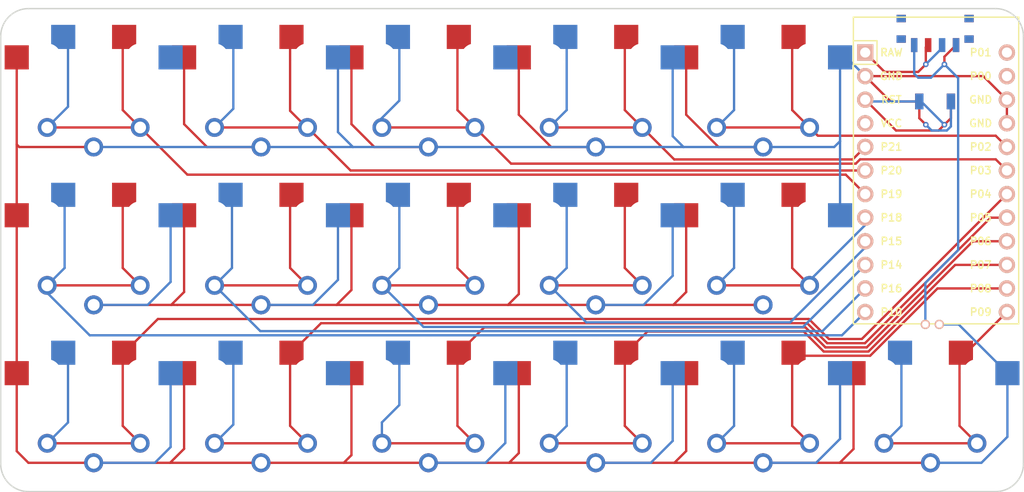
<source format=kicad_pcb>
(kicad_pcb (version 20211014) (generator pcbnew)
  (title_block (title "card") (rev "v1.0.0") (company "Unknown"))
  (layers (0 "F.Cu" signal) (31 "B.Cu" signal) (34 "B.Paste" user) (35 "F.Paste" user) (36 "B.SilkS" user "B.Silkscreen") (37 "F.SilkS" user "F.Silkscreen") (38 "B.Mask" user) (39 "F.Mask" user) (44 "Edge.Cuts" user))
  (net 0 "")
  (net 1 "P4")
  (net 2 "GND")
  (net 3 "P10")
  (net 4 "P19")
  (net 5 "P5")
  (net 6 "P16")
  (net 7 "P20")
  (net 8 "P6")
  (net 9 "P14")
  (net 10 "P3")
  (net 11 "P7")
  (net 12 "P15")
  (net 13 "P21")
  (net 14 "P8")
  (net 15 "P18")
  (net 16 "P2")
  (net 17 "P9")
  (net 18 "RAW")
  (net 19 "RST")
  (net 20 "VCC")
  (net 21 "P1")
  (net 22 "P0")
  (net 23 "pos")
  (footprint "lib:bat" (layer "F.Cu") (at 108.2 -9 90)
    (fp_text reference "")
    (fp_text value "")
  )
  (footprint "Button_Switch_SMD:SW_SPDT_PCM12" (layer "F.Cu") (at 108.5 -40.5 180)
    (fp_text reference "")
    (fp_text value "")
  )
  (footprint "PG1350" (layer "F.Cu") (at 72 -34 180)
    (fp_text reference "S24" hide)
    (fp_text value "" hide)
  )
  (footprint "PG1350" (layer "F.Cu") (at 108 0)
    (fp_text reference "S31" hide)
    (fp_text value "" hide)
  )
  (footprint "PG1350" (layer "F.Cu") (at 54 -34 180)
    (fp_text reference "S18" hide)
    (fp_text value "" hide)
  )
  (footprint "PG1350" (layer "F.Cu") (at 18 -34 180)
    (fp_text reference "S6" hide)
    (fp_text value "" hide)
  )
  (footprint "VIA-0.6mm" (layer "F.Cu") (at 107.5 -37)
    (fp_text reference "REF**" hide)
    (fp_text value "VIA-0.6mm" hide)
  )
  (footprint "PG1350" (layer "F.Cu") (at 54 -17)
    (fp_text reference "S15" hide)
    (fp_text value "" hide)
  )
  (footprint "PG1350" (layer "F.Cu") (at 90 -17 180)
    (fp_text reference "S28" hide)
    (fp_text value "" hide)
  )
  (footprint "PG1350" (layer "F.Cu") (at 36 0 180)
    (fp_text reference "S8" hide)
    (fp_text value "" hide)
  )
  (footprint "PG1350" (layer "F.Cu") (at 72 0)
    (fp_text reference "S19" hide)
    (fp_text value "" hide)
  )
  (footprint "PG1350" (layer "F.Cu") (at 36 -34)
    (fp_text reference "S11" hide)
    (fp_text value "" hide)
  )
  (footprint "PG1350" (layer "F.Cu") (at 36 0)
    (fp_text reference "S7" hide)
    (fp_text value "" hide)
  )
  (footprint "PG1350" (layer "F.Cu") (at 72 -17 180)
    (fp_text reference "S22" hide)
    (fp_text value "" hide)
  )
  (footprint "PG1350" (layer "F.Cu") (at 90 -17)
    (fp_text reference "S27" hide)
    (fp_text value "" hide)
  )
  (footprint "PG1350" (layer "F.Cu") (at 36 -17)
    (fp_text reference "S9" hide)
    (fp_text value "" hide)
  )
  (footprint "PG1350" (layer "F.Cu") (at 36 -34 180)
    (fp_text reference "S12" hide)
    (fp_text value "" hide)
  )
  (footprint "VIA-0.6mm" (layer "F.Cu") (at 109.5 -37)
    (fp_text reference "REF**" hide)
    (fp_text value "VIA-0.6mm" hide)
  )
  (footprint "Button_Switch_SMD:SW_SPST_B3U-1000P" (layer "F.Cu") (at 108.5 -33)
    (fp_text reference "")
    (fp_text value "")
  )
  (footprint "PG1350" (layer "F.Cu") (at 54 -34)
    (fp_text reference "S17" hide)
    (fp_text value "" hide)
  )
  (footprint "PG1350" (layer "F.Cu") (at 72 -17)
    (fp_text reference "S21" hide)
    (fp_text value "" hide)
  )
  (footprint "PG1350" (layer "F.Cu") (at 90 0)
    (fp_text reference "S25" hide)
    (fp_text value "" hide)
  )
  (footprint "PG1350" (layer "F.Cu") (at 90 0 180)
    (fp_text reference "S26" hide)
    (fp_text value "" hide)
  )
  (footprint "PG1350" (layer "F.Cu") (at 18 -17)
    (fp_text reference "S3" hide)
    (fp_text value "" hide)
  )
  (footprint "PG1350" (layer "F.Cu") (at 18 -34)
    (fp_text reference "S5" hide)
    (fp_text value "" hide)
  )
  (footprint "PG1350" (layer "F.Cu") (at 18 0 180)
    (fp_text reference "S2" hide)
    (fp_text value "" hide)
  )
  (footprint "PG1350" (layer "F.Cu") (at 54 -17 180)
    (fp_text reference "S16" hide)
    (fp_text value "" hide)
  )
  (footprint "PG1350" (layer "F.Cu") (at 90 -34 180)
    (fp_text reference "S30" hide)
    (fp_text value "" hide)
  )
  (footprint "PG1350" (layer "F.Cu") (at 54 0 180)
    (fp_text reference "S14" hide)
    (fp_text value "" hide)
  )
  (footprint "PG1350" (layer "F.Cu") (at 18 -17 180)
    (fp_text reference "S4" hide)
    (fp_text value "" hide)
  )
  (footprint "PG1350" (layer "F.Cu") (at 108 0 180)
    (fp_text reference "S32" hide)
    (fp_text value "" hide)
  )
  (footprint "VIA-0.6mm" (layer "F.Cu") (at 107.5 -30.5)
    (fp_text reference "REF**" hide)
    (fp_text value "VIA-0.6mm" hide)
  )
  (footprint "PG1350" (layer "F.Cu") (at 90 -34)
    (fp_text reference "S29" hide)
    (fp_text value "" hide)
  )
  (footprint "PG1350" (layer "F.Cu") (at 54 0)
    (fp_text reference "S13" hide)
    (fp_text value "" hide)
  )
  (footprint "PG1350" (layer "F.Cu") (at 72 -34)
    (fp_text reference "S23" hide)
    (fp_text value "" hide)
  )
  (footprint "PG1350" (layer "F.Cu") (at 72 0 180)
    (fp_text reference "S20" hide)
    (fp_text value "" hide)
  )
  (footprint "ProMicro" (layer "F.Cu") (at 108.6 -24.3 -90)
    (fp_text reference "MCU1" hide)
    (fp_text value "" hide)
  )
  (footprint "VIA-0.6mm" (layer "F.Cu") (at 109.5 -30.5)
    (fp_text reference "REF**" hide)
    (fp_text value "VIA-0.6mm" hide)
  )
  (footprint "PG1350" (layer "F.Cu") (at 36 -17 180)
    (fp_text reference "S10" hide)
    (fp_text value "" hide)
  )
  (footprint "PG1350" (layer "F.Cu") (at 18 0)
    (fp_text reference "S1" hide)
    (fp_text value "" hide)
  )
  (gr_line (start 8 6) (end 8 -40) (layer "Edge.Cuts") (width 0.15))
  (gr_line (start 11 -43) (end 115 -43) (layer "Edge.Cuts") (width 0.15))
  (gr_arc (start 118 6) (mid 117.12132 8.12132) (end 115 9) (layer "Edge.Cuts") (width 0.15))
  (gr_line (start 118 6) (end 118 -40) (layer "Edge.Cuts") (width 0.15))
  (gr_arc (start 115 -43) (mid 117.12132 -42.12132) (end 118 -40) (layer "Edge.Cuts") (width 0.15))
  (gr_line (start 11 9) (end 115 9) (layer "Edge.Cuts") (width 0.15))
  (gr_arc (start 8 -40) (mid 8.87868 -42.12132) (end 11 -43) (layer "Edge.Cuts") (width 0.15))
  (gr_arc (start 11 9) (mid 8.87868 8.12132) (end 8 6) (layer "Edge.Cuts") (width 0.15))
  (segment (start 21.275 -5.95) (end 21.124999 -6.100001) (width 0.25) (layer "F.Cu") (net 1))
  (segment (start 23 3.8) (end 13 3.8) (width 0.25) (layer "F.Cu") (net 1))
  (segment (start 97.079188 -7.425001) (end 94.925489 -9.5787) (width 0.25) (layer "F.Cu") (net 1))
  (segment (start 94.925489 -9.5787) (end 24.9037 -9.5787) (width 0.25) (layer "F.Cu") (net 1))
  (segment (start 21.124999 1.924999) (end 23 3.8) (width 0.25) (layer "F.Cu") (net 1))
  (segment (start 100.615001 -7.425001) (end 97.079188 -7.425001) (width 0.25) (layer "F.Cu") (net 1))
  (segment (start 24.9037 -9.5787) (end 21.275 -5.95) (width 0.25) (layer "F.Cu") (net 1))
  (segment (start 21.124999 -6.100001) (end 21.124999 1.924999) (width 0.25) (layer "F.Cu") (net 1))
  (segment (start 116.22 -23.03) (end 100.615001 -7.425001) (width 0.25) (layer "F.Cu") (net 1))
  (segment (start 15.24 1.56) (end 15.24 -5.435) (width 0.25) (layer "B.Cu") (net 1))
  (segment (start 15.24 -5.435) (end 14.725 -5.95) (width 0.25) (layer "B.Cu") (net 1))
  (segment (start 13 3.8) (end 15.24 1.56) (width 0.25) (layer "B.Cu") (net 1))
  (segment (start 26.22 5.9) (end 18 5.9) (width 0.25) (layer "F.Cu") (net 2))
  (segment (start 80.46 5.9) (end 72 5.9) (width 0.25) (layer "F.Cu") (net 2))
  (segment (start 10.98 5.9) (end 9.725 4.645) (width 0.25) (layer "F.Cu") (net 2))
  (segment (start 62.68 5.9) (end 54 5.9) (width 0.25) (layer "F.Cu") (net 2))
  (segment (start 44.12 -11.1) (end 36 -11.1) (width 0.25) (layer "F.Cu") (net 2))
  (segment (start 45.725 5.075) (end 44.9 5.9) (width 0.25) (layer "F.Cu") (net 2))
  (segment (start 30.186718 -28.1) (end 36 -28.1) (width 0.25) (layer "F.Cu") (net 2))
  (segment (start 18 5.9) (end 10.98 5.9) (width 0.25) (layer "F.Cu") (net 2))
  (segment (start 81.725 -3.75) (end 81.725 4.635) (width 0.25) (layer "F.Cu") (net 2))
  (segment (start 113.68 -35.73) (end 100.98 -35.73) (width 0.25) (layer "F.Cu") (net 2))
  (segment (start 98.24 5.9) (end 90 5.9) (width 0.25) (layer "F.Cu") (net 2))
  (segment (start 26.34 -11.1) (end 18 -11.1) (width 0.25) (layer "F.Cu") (net 2))
  (segment (start 18 -28.1) (end 10 -28.1) (width 0.25) (layer "F.Cu") (net 2))
  (segment (start 63.725 -31.578539) (end 67.203539 -28.1) (width 0.25) (layer "F.Cu") (net 2))
  (segment (start 72 5.9) (end 62.68 5.9) (width 0.25) (layer "F.Cu") (net 2))
  (segment (start 54 -11.1) (end 44.12 -11.1) (width 0.25) (layer "F.Cu") (net 2))
  (segment (start 63.725 -20.75) (end 63.725 -12.265) (width 0.25) (layer "F.Cu") (net 2))
  (segment (start 90 5.9) (end 80.46 5.9) (width 0.25) (layer "F.Cu") (net 2))
  (segment (start 45.725 -3.75) (end 45.725 5.075) (width 0.25) (layer "F.Cu") (net 2))
  (segment (start 81.725 -20.75) (end 81.725 -12.485) (width 0.25) (layer "F.Cu") (net 2))
  (segment (start 99.725 4.415) (end 98.24 5.9) (width 0.25) (layer "F.Cu") (net 2))
  (segment (start 45.725 -37.75) (end 45.725 -30.561718) (width 0.25) (layer "F.Cu") (net 2))
  (segment (start 45.725 -30.561718) (end 48.186718 -28.1) (width 0.25) (layer "F.Cu") (net 2))
  (segment (start 27.725 -30.561718) (end 30.186718 -28.1) (width 0.25) (layer "F.Cu") (net 2))
  (segment (start 81.725 -37.75) (end 81.725 -31.578539) (width 0.25) (layer "F.Cu") (net 2))
  (segment (start 45.725 -12.705) (end 44.12 -11.1) (width 0.25) (layer "F.Cu") (net 2))
  (segment (start 9.725 -28.375) (end 9.725 -37.75) (width 0.25) (layer "F.Cu") (net 2))
  (segment (start 103.71 -33) (end 100.98 -35.73) (width 0.25) (layer "F.Cu") (net 2))
  (segment (start 63.725 -3.75) (end 63.725 4.855) (width 0.25) (layer "F.Cu") (net 2))
  (segment (start 106.8 -33) (end 106.8 -31.2) (width 0.25) (layer "F.Cu") (net 2))
  (segment (start 36 -11.1) (end 27 -11.1) (width 0.25) (layer "F.Cu") (net 2))
  (segment (start 106.8 -31.2) (end 107.5 -30.5) (width 0.25) (layer "F.Cu") (net 2))
  (segment (start 80.34 -11.1) (end 72 -11.1) (width 0.25) (layer "F.Cu") (net 2))
  (segment (start 36 5.9) (end 26.22 5.9) (width 0.25) (layer "F.Cu") (net 2))
  (segment (start 27.725 -20.75) (end 27.725 -12.485) (width 0.25) (layer "F.Cu") (net 2))
  (segment (start 116.22 -33.19) (end 113.68 -35.73) (width 0.25) (layer "F.Cu") (net 2))
  (segment (start 99.725 -3.75) (end 99.725 4.415) (width 0.25) (layer "F.Cu") (net 2))
  (segment (start 81.725 -12.485) (end 80.34 -11.1) (width 0.25) (layer "F.Cu") (net 2))
  (segment (start 63.725 -37.75) (end 63.725 -31.578539) (width 0.25) (layer "F.Cu") (net 2))
  (segment (start 10 -28.1) (end 9.725 -28.375) (width 0.25) (layer "F.Cu") (net 2))
  (segment (start 85.203539 -28.1) (end 90 -28.1) (width 0.25) (layer "F.Cu") (net 2))
  (segment (start 63.725 -12.265) (end 62.56 -11.1) (width 0.25) (layer "F.Cu") (net 2))
  (segment (start 44.9 5.9) (end 36 5.9) (width 0.25) (layer "F.Cu") (net 2))
  (segment (start 9.725 -20.75) (end 9.725 -28.375) (width 0.25) (layer "F.Cu") (net 2))
  (segment (start 54 5.9) (end 44.9 5.9) (width 0.25) (layer "F.Cu") (net 2))
  (segment (start 81.725 4.635) (end 80.46 5.9) (width 0.25) (layer "F.Cu") (net 2))
  (segment (start 9.725 -3.75) (end 9.725 -20.75) (width 0.25) (layer "F.Cu") (net 2))
  (segment (start 27.725 4.395) (end 26.22 5.9) (width 0.25) (layer "F.Cu") (net 2))
  (segment (start 48.186718 -28.1) (end 54 -28.1) (width 0.25) (layer "F.Cu") (net 2))
  (segment (start 90 -11.1) (end 80.34 -11.1) (width 0.25) (layer "F.Cu") (net 2))
  (segment (start 81.725 -31.578539) (end 85.203539 -28.1) (width 0.25) (layer "F.Cu") (net 2))
  (segment (start 27.725 -12.485) (end 26.34 -11.1) (width 0.25) (layer "F.Cu") (net 2))
  (segment (start 45.725 -20.75) (end 45.725 -12.705) (width 0.25) (layer "F.Cu") (net 2))
  (segment (start 27 -11.1) (end 26.34 -11.1) (width 0.25) (layer "F.Cu") (net 2))
  (segment (start 9.725 4.645) (end 9.725 -3.75) (width 0.25) (layer "F.Cu") (net 2))
  (segment (start 72 -11.1) (end 62.56 -11.1) (width 0.25) (layer "F.Cu") (net 2))
  (segment (start 27.725 -3.75) (end 27.725 4.395) (width 0.25) (layer "F.Cu") (net 2))
  (segment (start 108 5.9) (end 98.24 5.9) (width 0.25) (layer "F.Cu") (net 2))
  (segment (start 67.203539 -28.1) (end 72 -28.1) (width 0.25) (layer "F.Cu") (net 2))
  (segment (start 116.22 -33.19) (end 116.22 -30.65) (width 0.25) (layer "F.Cu") (net 2))
  (segment (start 62.56 -11.1) (end 54 -11.1) (width 0.25) (layer "F.Cu") (net 2))
  (segment (start 106.8 -33) (end 103.71 -33) (width 0.25) (layer "F.Cu") (net 2))
  (segment (start 63.725 4.855) (end 62.68 5.9) (width 0.25) (layer "F.Cu") (net 2))
  (segment (start 27.725 -37.75) (end 27.725 -30.561718) (width 0.25) (layer "F.Cu") (net 2))
  (segment (start 109.758884 -29.875) (end 108.125 -29.875) (width 0.25) (layer "B.Cu") (net 2))
  (segment (start 116.275 -3.75) (end 111.025 -9) (width 0.25) (layer "B.Cu") (net 2))
  (segment (start 36 -11.1) (end 41.58 -11.1) (width 0.25) (layer "B.Cu") (net 2))
  (segment (start 110.2 -33) (end 110.2 -30.316116) (width 0.25) (layer "B.Cu") (net 2))
  (segment (start 98.275 3.325) (end 95.7 5.9) (width 0.25) (layer "B.Cu") (net 2))
  (segment (start 62.275 -3.75) (end 62.275 3.765) (width 0.25) (layer "B.Cu") (net 2))
  (segment (start 24.58 5.9) (end 18 5.9) (width 0.25) (layer "B.Cu") (net 2))
  (segment (start 108.125 -29.875) (end 107.5 -30.5) (width 0.25) (layer "B.Cu") (net 2))
  (segment (start 98.275 -3.75) (end 98.275 3.325) (width 0.25) (layer "B.Cu") (net 2))
  (segment (start 80.275 3.545) (end 77.92 5.9) (width 0.25) (layer "B.Cu") (net 2))
  (segment (start 72 -28.1) (end 54 -28.1) (width 0.25) (layer "B.Cu") (net 2))
  (segment (start 23.8 -11.1) (end 18 -11.1) (width 0.25) (layer "B.Cu") (net 2))
  (segment (start 44.275 -29.705) (end 45.88 -28.1) (width 0.25) (layer "B.Cu") (net 2))
  (segment (start 80.275 -37.75) (end 80.275 -29.265) (width 0.25) (layer "B.Cu") (net 2))
  (segment (start 45.88 -28.1) (end 36 -28.1) (width 0.25) (layer "B.Cu") (net 2))
  (segment (start 26.275 -3.75) (end 26.275 4.205) (width 0.25) (layer "B.Cu") (net 2))
  (segment (start 97.65 -28.1) (end 98.275 -28.725) (width 0.25) (layer "B.Cu") (net 2))
  (segment (start 54 -28.1) (end 45.88 -28.1) (width 0.25) (layer "B.Cu") (net 2))
  (segment (start 98.275 -20.75) (end 98.275 -28.725) (width 0.25) (layer "B.Cu") (net 2))
  (segment (start 90 -28.1) (end 81.44 -28.1) (width 0.25) (layer "B.Cu") (net 2))
  (segment (start 77.92 5.9) (end 72 5.9) (width 0.25) (layer "B.Cu") (net 2))
  (segment (start 44.275 -13.795) (end 44.275 -20.75) (width 0.25) (layer "B.Cu") (net 2))
  (segment (start 98.96 -37.75) (end 100.98 -35.73) (width 0.25) (layer "B.Cu") (net 2))
  (segment (start 111.025 -9) (end 108.95 -9) (width 0.25) (layer "B.Cu") (net 2))
  (segment (start 90 -28.1) (end 97.65 -28.1) (width 0.25) (layer "B.Cu") (net 2))
  (segment (start 26.275 -13.575) (end 23.8 -11.1) (width 0.25) (layer "B.Cu") (net 2))
  (segment (start 98.275 -37.75) (end 98.96 -37.75) (width 0.25) (layer "B.Cu") (net 2))
  (segment (start 26.275 4.205) (end 24.58 5.9) (width 0.25) (layer "B.Cu") (net 2))
  (segment (start 77.14 -11.1) (end 72 -11.1) (width 0.25) (layer "B.Cu") (net 2))
  (segment (start 113.48 5.9) (end 108 5.9) (width 0.25) (layer "B.Cu") (net 2))
  (segment (start 80.275 -29.265) (end 81.44 -28.1) (width 0.25) (layer "B.Cu") (net 2))
  (segment (start 98.275 -28.725) (end 98.275 -37.75) (width 0.25) (layer "B.Cu") (net 2))
  (segment (start 80.275 -20.75) (end 80.275 -14.235) (width 0.25) (layer "B.Cu") (net 2))
  (segment (start 44.275 -37.75) (end 44.275 -29.705) (width 0.25) (layer "B.Cu") (net 2))
  (segment (start 36 -28.1) (end 18 -28.1) (width 0.25) (layer "B.Cu") (net 2))
  (segment (start 110.2 -30.316116) (end 109.758884 -29.875) (width 0.25) (layer "B.Cu") (net 2))
  (segment (start 95.7 5.9) (end 90 5.9) (width 0.25) (layer "B.Cu") (net 2))
  (segment (start 80.275 -14.235) (end 77.14 -11.1) (width 0.25) (layer "B.Cu") (net 2))
  (segment (start 60.14 5.9) (end 54 5.9) (width 0.25) (layer "B.Cu") (net 2))
  (segment (start 62.275 3.765) (end 60.14 5.9) (width 0.25) (layer "B.Cu") (net 2))
  (segment (start 116.275 3.105) (end 113.48 5.9) (width 0.25) (layer "B.Cu") (net 2))
  (segment (start 116.275 -3.75) (end 116.275 3.105) (width 0.25) (layer "B.Cu") (net 2))
  (segment (start 80.275 -3.75) (end 80.275 3.545) (width 0.25) (layer "B.Cu") (net 2))
  (segment (start 26.275 -20.75) (end 26.275 -13.575) (width 0.25) (layer "B.Cu") (net 2))
  (segment (start 41.58 -11.1) (end 44.275 -13.795) (width 0.25) (layer "B.Cu") (net 2))
  (segment (start 81.44 -28.1) (end 72 -28.1) (width 0.25) (layer "B.Cu") (net 2))
  (segment (start 21.124999 -22.799999) (end 21.124999 -15.075001) (width 0.25) (layer "F.Cu") (net 3))
  (segment (start 21.275 -22.95) (end 21.124999 -22.799999) (width 0.25) (layer "F.Cu") (net 3))
  (segment (start 21.124999 -15.075001) (end 23 -13.2) (width 0.25) (layer "F.Cu") (net 3))
  (segment (start 23 -13.2) (end 13 -13.2) (width 0.25) (layer "F.Cu") (net 3))
  (segment (start 12.7 -12.7) (end 12.7 -12.9) (width 0.25) (layer "B.Cu") (net 3))
  (segment (start 14.875001 -15.075001) (end 13 -13.2) (width 0.25) (layer "B.Cu") (net 3))
  (segment (start 98.475001 -7.825001) (end 100.98 -10.33) (width 0.25) (layer "B.Cu") (net 3))
  (segment (start 14.725 -22.95) (end 14.875001 -23.100001) (width 0.25) (layer "B.Cu") (net 3))
  (segment (start 12.7 -12.9) (end 13 -13.2) (width 0.25) (layer "B.Cu") (net 3))
  (segment (start 17.574999 -7.825001) (end 98.475001 -7.825001) (width 0.25) (layer "B.Cu") (net 3))
  (segment (start 17.574999 -7.825001) (end 12.7 -12.7) (width 0.25) (layer "B.Cu") (net 3))
  (segment (start 14.875001 -23.100001) (end 14.875001 -15.075001) (width 0.25) (layer "B.Cu") (net 3))
  (segment (start 23 -30.2) (end 13 -30.2) (width 0.25) (layer "F.Cu") (net 4))
  (segment (start 28.08 -25.12) (end 23 -30.2) (width 0.25) (layer "F.Cu") (net 4))
  (segment (start 23 -30.2) (end 21.124999 -32.075001) (width 0.25) (layer "F.Cu") (net 4))
  (segment (start 21.124999 -39.799999) (end 21.275 -39.95) (width 0.25) (layer "F.Cu") (net 4))
  (segment (start 21.124999 -32.075001) (end 21.124999 -39.799999) (width 0.25) (layer "F.Cu") (net 4))
  (segment (start 100.98 -23.03) (end 98.89 -25.12) (width 0.25) (layer "F.Cu") (net 4))
  (segment (start 98.89 -25.12) (end 28.08 -25.12) (width 0.25) (layer "F.Cu") (net 4))
  (segment (start 13 -30.2) (end 15.24 -32.44) (width 0.25) (layer "B.Cu") (net 4))
  (segment (start 15.24 -32.44) (end 15.24 -39.435) (width 0.25) (layer "B.Cu") (net 4))
  (segment (start 15.24 -39.435) (end 14.725 -39.95) (width 0.25) (layer "B.Cu") (net 4))
  (segment (start 116.22 -20.49) (end 114.47 -20.49) (width 0.25) (layer "F.Cu") (net 5))
  (segment (start 39.124999 -6.100001) (end 39.124999 1.924999) (width 0.25) (layer "F.Cu") (net 5))
  (segment (start 94.739093 -9.1287) (end 42.4537 -9.1287) (width 0.25) (layer "F.Cu") (net 5))
  (segment (start 100.955001 -6.975001) (end 96.892792 -6.975001) (width 0.25) (layer "F.Cu") (net 5))
  (segment (start 96.892792 -6.975001) (end 94.739093 -9.1287) (width 0.25) (layer "F.Cu") (net 5))
  (segment (start 39.124999 1.924999) (end 41 3.8) (width 0.25) (layer "F.Cu") (net 5))
  (segment (start 114.47 -20.49) (end 100.955001 -6.975001) (width 0.25) (layer "F.Cu") (net 5))
  (segment (start 41 3.8) (end 31 3.8) (width 0.25) (layer "F.Cu") (net 5))
  (segment (start 42.4537 -9.1287) (end 39.275 -5.95) (width 0.25) (layer "F.Cu") (net 5))
  (segment (start 39.275 -5.95) (end 39.124999 -6.100001) (width 0.25) (layer "F.Cu") (net 5))
  (segment (start 31 3.8) (end 33.02 1.78) (width 0.25) (layer "B.Cu") (net 5))
  (segment (start 33.02 1.78) (end 33.02 -5.08) (width 0.25) (layer "B.Cu") (net 5))
  (segment (start 39.124999 -22.799999) (end 39.124999 -15.075001) (width 0.25) (layer "F.Cu") (net 6))
  (segment (start 41 -13.2) (end 31 -13.2) (width 0.25) (layer "F.Cu") (net 6))
  (segment (start 39.124999 -15.075001) (end 41 -13.2) (width 0.25) (layer "F.Cu") (net 6))
  (segment (start 39.275 -22.95) (end 39.124999 -22.799999) (width 0.25) (layer "F.Cu") (net 6))
  (segment (start 32.725 -22.95) (end 32.875001 -23.100001) (width 0.25) (layer "B.Cu") (net 6))
  (segment (start 96.385001 -8.275001) (end 35.924999 -8.275001) (width 0.25) (layer "B.Cu") (net 6))
  (segment (start 32.875001 -15.075001) (end 31 -13.2) (width 0.25) (layer "B.Cu") (net 6))
  (segment (start 100.98 -12.87) (end 96.385001 -8.275001) (width 0.25) (layer "B.Cu") (net 6))
  (segment (start 32.875001 -23.100001) (end 32.875001 -15.075001) (width 0.25) (layer "B.Cu") (net 6))
  (segment (start 35.924999 -8.275001) (end 31 -13.2) (width 0.25) (layer "B.Cu") (net 6))
  (segment (start 39.275 -39.95) (end 39.124999 -39.799999) (width 0.25) (layer "F.Cu") (net 7))
  (segment (start 45.63 -25.57) (end 41 -30.2) (width 0.25) (layer "F.Cu") (net 7))
  (segment (start 40.92 -30.2) (end 41 -30.2) (width 0.25) (layer "F.Cu") (net 7))
  (segment (start 100.98 -25.57) (end 45.63 -25.57) (width 0.25) (layer "F.Cu") (net 7))
  (segment (start 41 -30.2) (end 31 -30.2) (width 0.25) (layer "F.Cu") (net 7))
  (segment (start 39.124999 -31.995001) (end 40.92 -30.2) (width 0.25) (layer "F.Cu") (net 7))
  (segment (start 39.124999 -39.799999) (end 39.124999 -31.995001) (width 0.25) (layer "F.Cu") (net 7))
  (segment (start 33.02 -32.22) (end 33.02 -39.655) (width 0.25) (layer "B.Cu") (net 7))
  (segment (start 31 -30.2) (end 33.02 -32.22) (width 0.25) (layer "B.Cu") (net 7))
  (segment (start 33.02 -39.655) (end 32.725 -39.95) (width 0.25) (layer "B.Cu") (net 7))
  (segment (start 60.0037 -8.6787) (end 57.275 -5.95) (width 0.25) (layer "F.Cu") (net 8))
  (segment (start 57.275 -5.95) (end 57.124999 -6.100001) (width 0.25) (layer "F.Cu") (net 8))
  (segment (start 116.22 -17.95) (end 112.566396 -17.95) (width 0.25) (layer "F.Cu") (net 8))
  (segment (start 59 3.8) (end 49 3.8) (width 0.25) (layer "F.Cu") (net 8))
  (segment (start 112.566396 -17.95) (end 101.141397 -6.525001) (width 0.25) (layer "F.Cu") (net 8))
  (segment (start 57.124999 1.924999) (end 59 3.8) (width 0.25) (layer "F.Cu") (net 8))
  (segment (start 101.141397 -6.525001) (end 96.706396 -6.525001) (width 0.25) (layer "F.Cu") (net 8))
  (segment (start 96.706396 -6.525001) (end 94.552697 -8.6787) (width 0.25) (layer "F.Cu") (net 8))
  (segment (start 57.124999 -6.100001) (end 57.124999 1.924999) (width 0.25) (layer "F.Cu") (net 8))
  (segment (start 94.552697 -8.6787) (end 60.0037 -8.6787) (width 0.25) (layer "F.Cu") (net 8))
  (segment (start 50.725 -5.95) (end 50.875001 -5.799999) (width 0.25) (layer "B.Cu") (net 8))
  (segment (start 50.875001 -5.799999) (end 50.875001 -0.321698) (width 0.25) (layer "B.Cu") (net 8))
  (segment (start 49 1.553303) (end 50.875001 -0.321698) (width 0.25) (layer "B.Cu") (net 8))
  (segment (start 49 3.8) (end 49 1.553303) (width 0.25) (layer "B.Cu") (net 8))
  (segment (start 59 -13.2) (end 49 -13.2) (width 0.25) (layer "F.Cu") (net 9))
  (segment (start 59 -13.2) (end 57.124999 -15.075001) (width 0.25) (layer "F.Cu") (net 9))
  (segment (start 57.124999 -15.075001) (end 57.124999 -22.799999) (width 0.25) (layer "F.Cu") (net 9))
  (segment (start 57.124999 -22.799999) (end 57.275 -22.95) (width 0.25) (layer "F.Cu") (net 9))
  (segment (start 53.474999 -8.725001) (end 49 -13.2) (width 0.25) (layer "B.Cu") (net 9))
  (segment (start 94.295001 -8.725001) (end 100.98 -15.41) (width 0.25) (layer "B.Cu") (net 9))
  (segment (start 50.725 -22.95) (end 50.875001 -22.799999) (width 0.25) (layer "B.Cu") (net 9))
  (segment (start 94.295001 -8.725001) (end 53.474999 -8.725001) (width 0.25) (layer "B.Cu") (net 9))
  (segment (start 50.875001 -15.075001) (end 49 -13.2) (width 0.25) (layer "B.Cu") (net 9))
  (segment (start 50.875001 -22.799999) (end 50.875001 -15.075001) (width 0.25) (layer "B.Cu") (net 9))
  (segment (start 116.22 -25.57) (end 115.0187 -26.7713) (width 0.25) (layer "F.Cu") (net 10))
  (segment (start 62.891 -26.309) (end 59 -30.2) (width 0.25) (layer "F.Cu") (net 10))
  (segment (start 115.0187 -26.7713) (end 100.4313 -26.7713) (width 0.25) (layer "F.Cu") (net 10))
  (segment (start 57.124999 -39.799999) (end 57.124999 -32.075001) (width 0.25) (layer "F.Cu") (net 10))
  (segment (start 59 -30.2) (end 49 -30.2) (width 0.25) (layer "F.Cu") (net 10))
  (segment (start 100.4313 -26.7713) (end 99.969 -26.309) (width 0.25) (layer "F.Cu") (net 10))
  (segment (start 57.124999 -32.075001) (end 59 -30.2) (width 0.25) (layer "F.Cu") (net 10))
  (segment (start 99.969 -26.309) (end 62.891 -26.309) (width 0.25) (layer "F.Cu") (net 10))
  (segment (start 57.275 -39.95) (end 57.124999 -39.799999) (width 0.25) (layer "F.Cu") (net 10))
  (segment (start 48.54 -30.2) (end 49 -30.2) (width 0.25) (layer "B.Cu") (net 10))
  (segment (start 48.26 -30.48) (end 48.54 -30.2) (width 0.25) (layer "B.Cu") (net 10))
  (segment (start 50.875001 -33.095001) (end 48.26 -30.48) (width 0.25) (layer "B.Cu") (net 10))
  (segment (start 50.875001 -39.799999) (end 50.875001 -33.095001) (width 0.25) (layer "B.Cu") (net 10))
  (segment (start 50.725 -39.95) (end 50.875001 -39.799999) (width 0.25) (layer "B.Cu") (net 10))
  (segment (start 75.275 -5.95) (end 77.5537 -8.2287) (width 0.25) (layer "F.Cu") (net 11))
  (segment (start 75.275 -5.95) (end 75.124999 -6.100001) (width 0.25) (layer "F.Cu") (net 11))
  (segment (start 96.52 -6.075001) (end 101.327793 -6.075001) (width 0.25) (layer "F.Cu") (net 11))
  (segment (start 77 3.8) (end 67 3.8) (width 0.25) (layer "F.Cu") (net 11))
  (segment (start 77.5537 -8.2287) (end 94.366301 -8.2287) (width 0.25) (layer "F.Cu") (net 11))
  (segment (start 94.366301 -8.2287) (end 96.52 -6.075001) (width 0.25) (layer "F.Cu") (net 11))
  (segment (start 101.327793 -6.075001) (end 110.662792 -15.41) (width 0.25) (layer "F.Cu") (net 11))
  (segment (start 110.662792 -15.41) (end 116.22 -15.41) (width 0.25) (layer "F.Cu") (net 11))
  (segment (start 75.124999 -6.100001) (end 75.124999 1.924999) (width 0.25) (layer "F.Cu") (net 11))
  (segment (start 75.124999 1.924999) (end 77 3.8) (width 0.25) (layer "F.Cu") (net 11))
  (segment (start 67 3.8) (end 68.875001 1.924999) (width 0.25) (layer "B.Cu") (net 11))
  (segment (start 68.875001 1.924999) (end 68.875001 -5.08) (width 0.25) (layer "B.Cu") (net 11))
  (segment (start 75.275 -22.95) (end 75.124999 -22.799999) (width 0.25) (layer "F.Cu") (net 12))
  (segment (start 75.124999 -15.075001) (end 77 -13.2) (width 0.25) (layer "F.Cu") (net 12))
  (segment (start 75.124999 -22.799999) (end 75.124999 -15.075001) (width 0.25) (layer "F.Cu") (net 12))
  (segment (start 77 -13.2) (end 67 -13.2) (width 0.25) (layer "F.Cu") (net 12))
  (segment (start 66.5 -12.7) (end 67 -13.2) (width 0.25) (layer "B.Cu") (net 12))
  (segment (start 68.725 -22.95) (end 68.875001 -22.799999) (width 0.25) (layer "B.Cu") (net 12))
  (segment (start 100.98 -17.95) (end 100.98 -17.283539) (width 0.25) (layer "B.Cu") (net 12))
  (segment (start 68.875001 -15.075001) (end 67 -13.2) (width 0.25) (layer "B.Cu") (net 12))
  (segment (start 100.98 -17.283539) (end 92.91318 -9.216719) (width 0.25) (layer "B.Cu") (net 12))
  (segment (start 68.875001 -22.799999) (end 68.875001 -15.075001) (width 0.25) (layer "B.Cu") (net 12))
  (segment (start 92.91318 -9.216719) (end 70.983281 -9.216719) (width 0.25) (layer "B.Cu") (net 12))
  (segment (start 70.983281 -9.216719) (end 67 -13.2) (width 0.25) (layer "B.Cu") (net 12))
  (segment (start 77 -30.2) (end 75.124999 -32.075001) (width 0.25) (layer "F.Cu") (net 13))
  (segment (start 75.124999 -32.075001) (end 75.124999 -39.799999) (width 0.25) (layer "F.Cu") (net 13))
  (segment (start 77 -30.2) (end 67 -30.2) (width 0.25) (layer "F.Cu") (net 13))
  (segment (start 100.98 -28.11) (end 99.629 -26.759) (width 0.25) (layer "F.Cu") (net 13))
  (segment (start 80.441 -26.759) (end 77 -30.2) (width 0.25) (layer "F.Cu") (net 13))
  (segment (start 75.124999 -39.799999) (end 75.275 -39.95) (width 0.25) (layer "F.Cu") (net 13))
  (segment (start 99.629 -26.759) (end 80.441 -26.759) (width 0.25) (layer "F.Cu") (net 13))
  (segment (start 68.725 -39.95) (end 68.875001 -40.100001) (width 0.25) (layer "B.Cu") (net 13))
  (segment (start 68.875001 -40.100001) (end 68.875001 -32.075001) (width 0.25) (layer "B.Cu") (net 13))
  (segment (start 68.875001 -32.075001) (end 67 -30.2) (width 0.25) (layer "B.Cu") (net 13))
  (segment (start 93.124999 1.924999) (end 93.124999 -5.08) (width 0.25) (layer "F.Cu") (net 14))
  (segment (start 95 3.8) (end 85 3.8) (width 0.25) (layer "F.Cu") (net 14))
  (segment (start 116.22 -12.87) (end 108.759188 -12.87) (width 0.25) (layer "F.Cu") (net 14))
  (segment (start 101.514189 -5.625001) (end 93.599999 -5.625001) (width 0.25) (layer "F.Cu") (net 14))
  (segment (start 95 3.8) (end 93.124999 1.924999) (width 0.25) (layer "F.Cu") (net 14))
  (segment (start 93.599999 -5.625001) (end 93.275 -5.95) (width 0.25) (layer "F.Cu") (net 14))
  (segment (start 108.759188 -12.87) (end 101.514189 -5.625001) (width 0.25) (layer "F.Cu") (net 14))
  (segment (start 86.875001 1.924999) (end 85 3.8) (width 0.25) (layer "B.Cu") (net 14))
  (segment (start 86.875001 -6.100001) (end 86.875001 1.924999) (width 0.25) (layer "B.Cu") (net 14))
  (segment (start 86.725 -5.95) (end 86.875001 -6.100001) (width 0.25) (layer "B.Cu") (net 14))
  (segment (start 93.124999 -23.100001) (end 93.124999 -15.075001) (width 0.25) (layer "F.Cu") (net 15))
  (segment (start 93.275 -22.95) (end 93.124999 -23.100001) (width 0.25) (layer "F.Cu") (net 15))
  (segment (start 93.124999 -15.075001) (end 95 -13.2) (width 0.25) (layer "F.Cu") (net 15))
  (segment (start 95 -13.2) (end 85 -13.2) (width 0.25) (layer "F.Cu") (net 15))
  (segment (start 85 -13.2) (end 86.875001 -15.075001) (width 0.25) (layer "B.Cu") (net 15))
  (segment (start 100.98 -20.49) (end 100.98 -19.7) (width 0.25) (layer "B.Cu") (net 15))
  (segment (start 95 -13.72) (end 95 -13.2) (width 0.25) (layer "B.Cu") (net 15))
  (segment (start 86.875001 -15.075001) (end 86.875001 -22.799999) (width 0.25) (layer "B.Cu") (net 15))
  (segment (start 100.98 -19.7) (end 95 -13.72) (width 0.25) (layer "B.Cu") (net 15))
  (segment (start 86.875001 -22.799999) (end 86.725 -22.95) (width 0.25) (layer "B.Cu") (net 15))
  (segment (start 95.8887 -29.3113) (end 115.0187 -29.3113) (width 0.25) (layer "F.Cu") (net 16))
  (segment (start 95 -30.2) (end 95.8887 -29.3113) (width 0.25) (layer "F.Cu") (net 16))
  (segment (start 93.124999 -32.075001) (end 93.124999 -39.799999) (width 0.25) (layer "F.Cu") (net 16))
  (segment (start 95 -30.2) (end 93.124999 -32.075001) (width 0.25) (layer "F.Cu") (net 16))
  (segment (start 115.0187 -29.3113) (end 116.22 -28.11) (width 0.25) (layer "F.Cu") (net 16))
  (segment (start 95 -30.2) (end 85 -30.2) (width 0.25) (layer "F.Cu") (net 16))
  (segment (start 93.124999 -39.799999) (end 93.275 -39.95) (width 0.25) (layer "F.Cu") (net 16))
  (segment (start 86.875001 -32.075001) (end 86.875001 -39.799999) (width 0.25) (layer "B.Cu") (net 16))
  (segment (start 86.875001 -39.799999) (end 86.725 -39.95) (width 0.25) (layer "B.Cu") (net 16))
  (segment (start 85 -30.2) (end 86.875001 -32.075001) (width 0.25) (layer "B.Cu") (net 16))
  (segment (start 111.84 -5.95) (end 116.22 -10.33) (width 0.25) (layer "F.Cu") (net 17))
  (segment (start 113 3.8) (end 103 3.8) (width 0.25) (layer "F.Cu") (net 17))
  (segment (start 113 3.8) (end 111.124999 1.924999) (width 0.25) (layer "F.Cu") (net 17))
  (segment (start 111.275 -5.95) (end 111.84 -5.95) (width 0.25) (layer "F.Cu") (net 17))
  (segment (start 111.124999 1.924999) (end 111.124999 -5.08) (width 0.25) (layer "F.Cu") (net 17))
  (segment (start 104.725 -5.95) (end 104.875001 -6.100001) (width 0.25) (layer "B.Cu") (net 17))
  (segment (start 104.875001 -6.100001) (end 104.875001 1.924999) (width 0.25) (layer "B.Cu") (net 17))
  (segment (start 104.875001 1.924999) (end 103 3.8) (width 0.25) (layer "B.Cu") (net 17))
  (segment (start 107.5 -38.82) (end 107.75 -39.07) (width 0.25) (layer "F.Cu") (net 18))
  (segment (start 103.07 -36.18) (end 100.98 -38.27) (width 0.25) (layer "F.Cu") (net 18))
  (segment (start 106.68 -36.18) (end 103.07 -36.18) (width 0.25) (layer "F.Cu") (net 18))
  (segment (start 107.5 -37) (end 107.5 -38.82) (width 0.25) (layer "F.Cu") (net 18))
  (segment (start 107.5 -37) (end 106.68 -36.18) (width 0.25) (layer "F.Cu") (net 18))
  (segment (start 109.25 -38.75) (end 107.5 -37) (width 0.25) (layer "B.Cu") (net 18))
  (segment (start 109.25 -39.07) (end 109.25 -38.75) (width 0.25) (layer "B.Cu") (net 18))
  (segment (start 108.875 -29.875) (end 104.295 -29.875) (width 0.25) (layer "F.Cu") (net 19))
  (segment (start 110.2 -31.2) (end 109.5 -30.5) (width 0.25) (layer "F.Cu") (net 19))
  (segment (start 109.5 -30.5) (end 108.875 -29.875) (width 0.25) (layer "F.Cu") (net 19))
  (segment (start 110.2 -33) (end 110.2 -31.2) (width 0.25) (layer "F.Cu") (net 19))
  (segment (start 104.295 -29.875) (end 100.98 -33.19) (width 0.25) (layer "F.Cu") (net 19))
  (segment (start 106.8 -33) (end 107 -33) (width 0.25) (layer "B.Cu") (net 19))
  (segment (start 101.17 -33) (end 100.98 -33.19) (width 0.25) (layer "B.Cu") (net 19))
  (segment (start 107 -33) (end 109.5 -30.5) (width 0.25) (layer "B.Cu") (net 19))
  (segment (start 106.8 -33) (end 101.17 -33) (width 0.25) (layer "B.Cu") (net 19))
  (segment (start 109.5 -37) (end 109.5 -37.82) (width 0.25) (layer "F.Cu") (net 23))
  (segment (start 109.5 -37.82) (end 110.75 -39.07) (width 0.25) (layer "F.Cu") (net 23))
  (segment (start 107.45 -9) (end 107.45 -13.47) (width 0.25) (layer "B.Cu") (net 23))
  (segment (start 107.45 -13.47) (end 110.975 -16.995) (width 0.25) (layer "B.Cu") (net 23))
  (segment (start 110.975 -35.525) (end 110.975 -16.995) (width 0.25) (layer "B.Cu") (net 23))
  (segment (start 109.5 -37) (end 110.975 -35.525) (width 0.25) (layer "B.Cu") (net 23))
  (segment (start 106.25 -39.07) (end 106.25 -35.99) (width 0.25) (layer "B.Cu") (net 23))
  (segment (start 108.06 -35.56) (end 109.5 -37) (width 0.25) (layer "B.Cu") (net 23))
  (segment (start 106.25 -35.99) (end 106.68 -35.56) (width 0.25) (layer "B.Cu") (net 23))
  (segment (start 106.68 -35.56) (end 108.06 -35.56) (width 0.25) (layer "B.Cu") (net 23))
)
</source>
